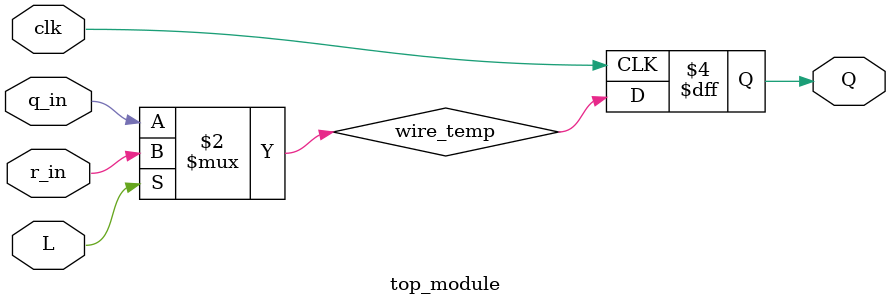
<source format=v>
module top_module (
	input clk,
	input L,
	input r_in,
	input q_in,
	output reg Q);

       
    reg wire_temp;
    
    always @ (*)
            wire_temp = L ? r_in : q_in;
    
    always @ (posedge clk)
        begin
            Q <= wire_temp;
        end
    
endmodule

</source>
